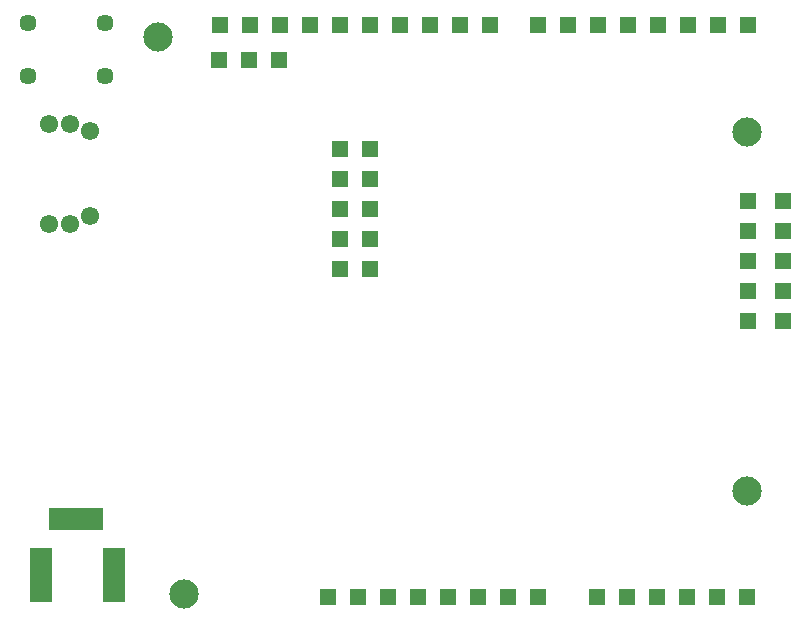
<source format=gbp>
G04 DesignSpark PCB Gerber Version 12.0 Build 5942*
%FSLAX35Y35*%
%MOMM*%
%AMT115*0 Rounded Rectangle Pad at angle 0*4,1,20,-0.88940,-2.27500,0.88940,-2.27500,0.90300,-2.27230,0.91460,-2.26460,0.92230,-2.25300,0.92500,-2.23940,0.92500,2.23940,0.92230,2.25300,0.91460,2.26460,0.90300,2.27230,0.88940,2.27500,-0.88940,2.27500,-0.90300,2.27230,-0.91460,2.26460,-0.92230,2.25300,-0.92500,2.23940,-0.92500,-2.23940,-0.92230,-2.25300,-0.91460,-2.26460,-0.90300,-2.27230,-0.88940,-2.27500,0*%
%ADD115T115*%
%ADD121R,1.47400X1.47400*%
%AMT116*0 Rounded Rectangle Pad at angle 90*4,1,20,2.27500,-0.88940,2.27500,0.88940,2.27230,0.90300,2.26460,0.91460,2.25300,0.92230,2.23940,0.92500,-2.23940,0.92500,-2.25300,0.92230,-2.26460,0.91460,-2.27230,0.90300,-2.27500,0.88940,-2.27500,-0.88940,-2.27230,-0.90300,-2.26460,-0.91460,-2.25300,-0.92230,-2.23940,-0.92500,2.23940,-0.92500,2.25300,-0.92230,2.26460,-0.91460,2.27230,-0.90300,2.27500,-0.88940,0*%
%ADD116T116*%
%ADD138C,1.45000*%
%ADD129C,1.55000*%
%ADD114C,2.47400*%
X0Y0D02*
D02*
D114*
X43648050Y48045270D03*
X43868050Y43330270D03*
X48633050Y44195270D03*
Y47240270D03*
D02*
D115*
X42655050Y43488270D03*
X43275050D03*
D02*
D116*
X42955050Y43958270D03*
D02*
D121*
X44165550Y47847770D03*
X44170600Y48144000D03*
X44419550Y47847770D03*
X44424600Y48144000D03*
X44673550Y47847770D03*
X44678600Y48144000D03*
X44932600D03*
X45090000Y43301000D03*
X45186600Y46077770D03*
Y46331770D03*
Y46585770D03*
Y46839770D03*
Y47093770D03*
Y48144000D03*
X45344000Y43301000D03*
X45440600Y46077770D03*
Y46331770D03*
Y46585770D03*
Y46839770D03*
Y47093770D03*
Y48144000D03*
X45598000Y43301000D03*
X45694600Y48144000D03*
X45852000Y43301000D03*
X45948600Y48144000D03*
X46106000Y43301000D03*
X46202600Y48144000D03*
X46360000Y43301000D03*
X46456600Y48144000D03*
X46614000Y43301000D03*
X46865050Y48140270D03*
X46868000Y43301000D03*
X47119050Y48140270D03*
X47361000Y43301000D03*
X47373050Y48140270D03*
X47615000Y43301000D03*
X47627050Y48140270D03*
X47869000Y43301000D03*
X47881050Y48140270D03*
X48123000Y43301000D03*
X48135050Y48140270D03*
X48377000Y43301000D03*
X48389050Y48140270D03*
X48631000Y43301000D03*
X48641050Y45639270D03*
Y45893270D03*
Y46147270D03*
Y46401270D03*
Y46655270D03*
X48643050Y48140270D03*
X48942050Y45639270D03*
Y45893270D03*
Y46147270D03*
Y46401270D03*
Y46655270D03*
D02*
D129*
X42725550Y46460270D03*
Y47305270D03*
X42900550Y46460270D03*
Y47305270D03*
X43070550Y46522770D03*
Y47242770D03*
D02*
D138*
X42546050Y47710270D03*
Y48160270D03*
X43196050Y47710270D03*
Y48160270D03*
X0Y0D02*
M02*

</source>
